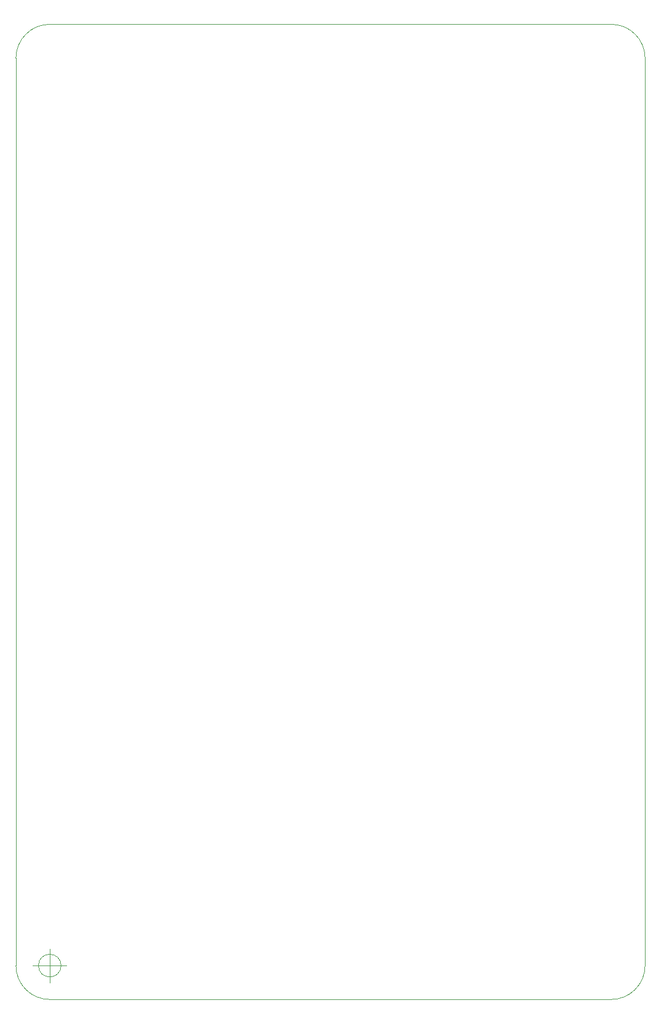
<source format=gbr>
G04 #@! TF.GenerationSoftware,KiCad,Pcbnew,(5.1.5)-3*
G04 #@! TF.CreationDate,2020-02-27T12:36:17+00:00*
G04 #@! TF.ProjectId,midi fader alps 100mm,6d696469-2066-4616-9465-7220616c7073,rev?*
G04 #@! TF.SameCoordinates,Original*
G04 #@! TF.FileFunction,Profile,NP*
%FSLAX46Y46*%
G04 Gerber Fmt 4.6, Leading zero omitted, Abs format (unit mm)*
G04 Created by KiCad (PCBNEW (5.1.5)-3) date 2020-02-27 12:36:17*
%MOMM*%
%LPD*%
G04 APERTURE LIST*
%ADD10C,0.050000*%
G04 APERTURE END LIST*
D10*
X125666666Y-186000000D02*
G75*
G03X125666666Y-186000000I-1666666J0D01*
G01*
X121500000Y-186000000D02*
X126500000Y-186000000D01*
X124000000Y-183500000D02*
X124000000Y-188500000D01*
X207000000Y-47000000D02*
X124000000Y-47000000D01*
X212000000Y-186000000D02*
G75*
G02X207000000Y-191000000I-5000000J0D01*
G01*
X212000000Y-186000000D02*
X212000000Y-52000000D01*
X124000000Y-191000000D02*
G75*
G02X119000000Y-186000000I0J5000000D01*
G01*
X119000000Y-52000000D02*
G75*
G02X124000000Y-47000000I5000000J0D01*
G01*
X207000000Y-191000000D02*
X124000000Y-191000000D01*
X207000000Y-47000000D02*
G75*
G02X212000000Y-52000000I0J-5000000D01*
G01*
X119000000Y-186000000D02*
X119000000Y-52000000D01*
M02*

</source>
